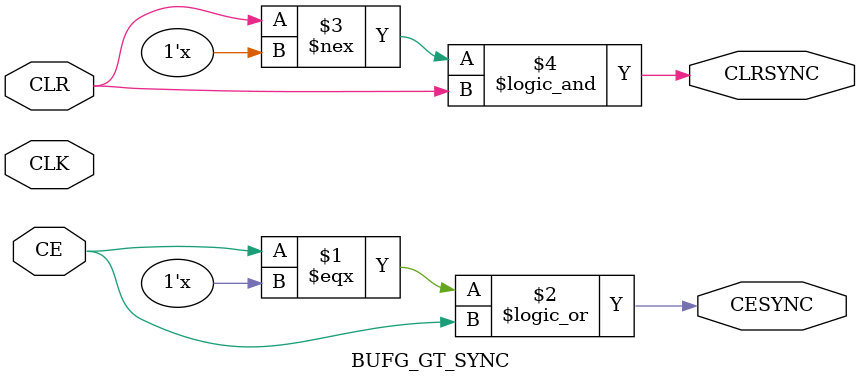
<source format=v>

`timescale 1 ps / 1 ps

`celldefine

module BUFG_GT_SYNC
`ifdef XIL_TIMING
#(
  parameter LOC = "UNPLACED"
)
`endif
(
  output CESYNC,
  output CLRSYNC,

  input CE,
  input CLK,
  input CLR
);
  
// define constants
  localparam MODULE_NAME = "BUFG_GT_SYNC";
  assign CESYNC = (CE === 1'bz) || CE; // rv 1
  assign CLRSYNC = (CLR !== 1'bz) && CLR; // rv 0

endmodule

`endcelldefine

</source>
